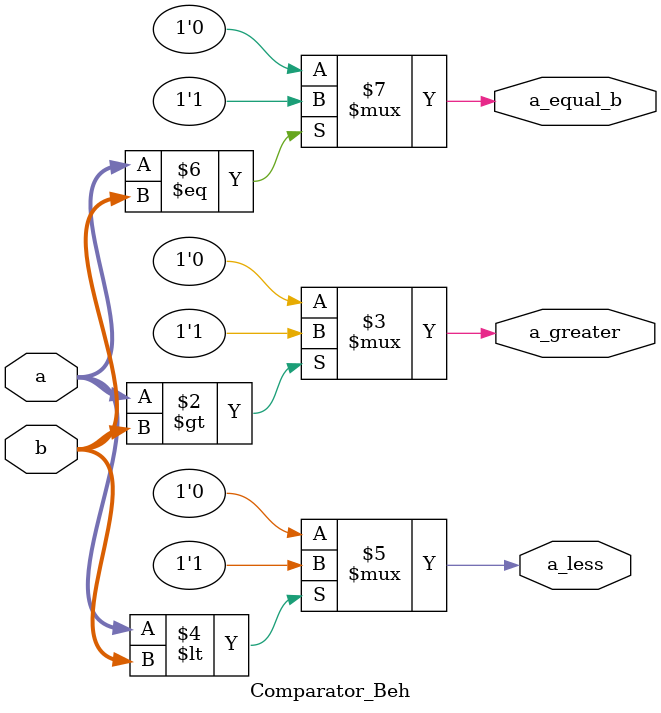
<source format=v>
module Comparator_Beh(
    input [3:0] a, b, 
    output reg a_greater, a_less, a_equal_b
    );

    
    always @(a or b) begin
        a_greater = (a > b) ? 1'b1 : 1'b0; 
        a_less = (a < b) ? 1'b1 : 1'b0; 
        a_equal_b = (a == b) ? 1'b1 : 1'b0; 
    end
endmodule
</source>
